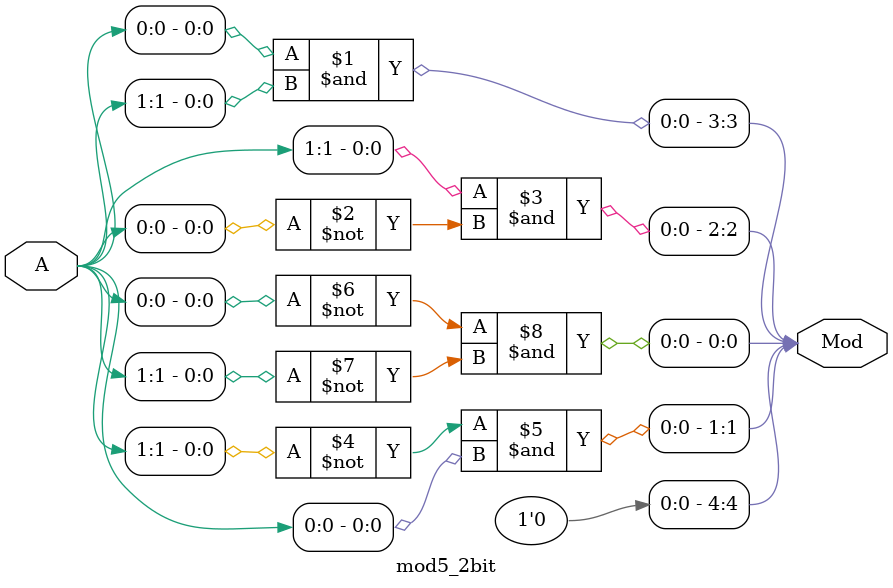
<source format=v>
module mod5_2bit(A, Mod);
  input [1:0] A;
  output [4:0] Mod;
  // no 2 bit number is 4 mod 5
  assign Mod[4] = 0;
  // numbers 0-3 are themselves mod 5
  assign Mod[3] = A[0] & A[1];
  assign Mod[2] = A[1] & ~A[0];
  assign Mod[1] = ~A[1] & A[0];
  assign Mod[0] = ~A[0] & ~A[1];
endmodule

</source>
